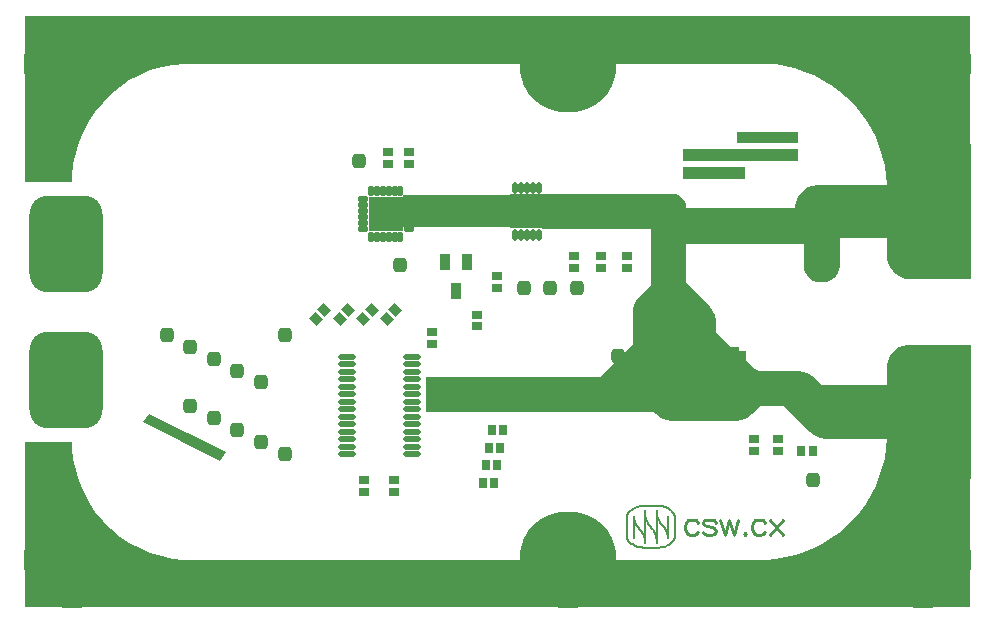
<source format=gts>
%FSTAX23Y23*%
%MOIN*%
%SFA1B1*%

%IPPOS*%
%AMD33*
4,1,4,0.023700,-0.001300,-0.001300,0.023700,-0.023700,0.001300,0.001300,-0.023700,0.023700,-0.001300,0.0*
%
%AMD35*
4,1,8,-0.022600,-0.009900,0.022600,-0.009900,0.029600,-0.003000,0.029600,0.003000,0.022600,0.009900,-0.022600,0.009900,-0.029600,0.003000,-0.029600,-0.003000,-0.022600,-0.009900,0.0*
1,1,0.013900,-0.022600,-0.003000*
1,1,0.013900,0.022600,-0.003000*
1,1,0.013900,0.022600,0.003000*
1,1,0.013900,-0.022600,0.003000*
%
%AMD36*
4,1,8,0.017800,-0.002500,0.017800,0.002500,0.011300,0.008900,-0.011300,0.008900,-0.017800,0.002500,-0.017800,-0.002500,-0.011300,-0.008900,0.011300,-0.008900,0.017800,-0.002500,0.0*
1,1,0.012920,0.011300,-0.002500*
1,1,0.012920,0.011300,0.002500*
1,1,0.012920,-0.011300,0.002500*
1,1,0.012920,-0.011300,-0.002500*
%
%AMD37*
4,1,8,-0.002500,-0.017800,0.002500,-0.017800,0.008900,-0.011300,0.008900,0.011300,0.002500,0.017800,-0.002500,0.017800,-0.008900,0.011300,-0.008900,-0.011300,-0.002500,-0.017800,0.0*
1,1,0.012920,-0.002500,-0.011300*
1,1,0.012920,0.002500,-0.011300*
1,1,0.012920,0.002500,0.011300*
1,1,0.012920,-0.002500,0.011300*
%
%AMD40*
4,1,8,0.012800,0.009900,-0.012800,0.009900,-0.019700,0.003000,-0.019700,-0.003000,-0.012800,-0.009900,0.012800,-0.009900,0.019700,-0.003000,0.019700,0.003000,0.012800,0.009900,0.0*
1,1,0.013900,0.012800,0.003000*
1,1,0.013900,-0.012800,0.003000*
1,1,0.013900,-0.012800,-0.003000*
1,1,0.013900,0.012800,-0.003000*
%
%AMD41*
4,1,8,0.005900,-0.009500,0.009500,-0.005900,0.009400,0.003200,0.003200,0.009400,-0.005900,0.009500,-0.009500,0.005900,-0.009400,-0.003200,-0.003200,-0.009400,0.005900,-0.009500,0.0*
1,1,0.012920,0.001300,-0.004900*
1,1,0.012920,0.004900,-0.001300*
1,1,0.012920,-0.001300,0.004900*
1,1,0.012920,-0.004900,0.001300*
%
%AMD42*
4,1,8,0.005900,-0.009500,0.009500,-0.005900,0.009400,0.003200,0.003200,0.009400,-0.005900,0.009500,-0.009500,0.005900,-0.009400,-0.003200,-0.003200,-0.009400,0.005900,-0.009500,0.0*
1,1,0.012920,0.001300,-0.004900*
1,1,0.012920,0.004900,-0.001300*
1,1,0.012920,-0.001300,0.004900*
1,1,0.012920,-0.004900,0.001300*
%
%AMD43*
4,1,8,0.000800,-0.024400,0.024400,-0.000800,0.024400,0.014600,0.014600,0.024400,-0.000800,0.024400,-0.024400,0.000800,-0.024400,-0.014600,-0.014600,-0.024400,0.000800,-0.024400,0.0*
1,1,0.021780,-0.006900,-0.016700*
1,1,0.021780,0.016700,0.006900*
1,1,0.021780,0.006900,0.016700*
1,1,0.021780,-0.016700,-0.006900*
%
%AMD44*
4,1,8,0.002500,0.017800,-0.002500,0.017800,-0.008900,0.011300,-0.008900,-0.011300,-0.002500,-0.017800,0.002500,-0.017800,0.008900,-0.011300,0.008900,0.011300,0.002500,0.017800,0.0*
1,1,0.012920,0.002500,0.011300*
1,1,0.012920,-0.002500,0.011300*
1,1,0.012920,-0.002500,-0.011300*
1,1,0.012920,0.002500,-0.011300*
%
%AMD45*
4,1,8,-0.017800,0.002500,-0.017800,-0.002500,-0.011300,-0.008900,0.011300,-0.008900,0.017800,-0.002500,0.017800,0.002500,0.011300,0.008900,-0.011300,0.008900,-0.017800,0.002500,0.0*
1,1,0.012920,-0.011300,0.002500*
1,1,0.012920,-0.011300,-0.002500*
1,1,0.012920,0.011300,-0.002500*
1,1,0.012920,0.011300,0.002500*
%
%AMD46*
4,1,8,-0.013800,0.003000,-0.013800,-0.003000,-0.006900,-0.009900,0.006900,-0.009900,0.013800,-0.003000,0.013800,0.003000,0.006900,0.009900,-0.006900,0.009900,-0.013800,0.003000,0.0*
1,1,0.013900,-0.006900,0.003000*
1,1,0.013900,-0.006900,-0.003000*
1,1,0.013900,0.006900,-0.003000*
1,1,0.013900,0.006900,0.003000*
%
%AMD47*
4,1,8,0.009900,-0.012800,0.009900,0.012800,0.003000,0.019700,-0.003000,0.019700,-0.009900,0.012800,-0.009900,-0.012800,-0.003000,-0.019700,0.003000,-0.019700,0.009900,-0.012800,0.0*
1,1,0.013900,0.003000,-0.012800*
1,1,0.013900,0.003000,0.012800*
1,1,0.013900,-0.003000,0.012800*
1,1,0.013900,-0.003000,-0.012800*
%
%AMD48*
4,1,8,-0.023700,0.009800,-0.023700,-0.009800,-0.009800,-0.023700,0.009800,-0.023700,0.023700,-0.009800,0.023700,0.009800,0.009800,0.023700,-0.009800,0.023700,-0.023700,0.009800,0.0*
1,1,0.027680,-0.009800,0.009800*
1,1,0.027680,-0.009800,-0.009800*
1,1,0.027680,0.009800,-0.009800*
1,1,0.027680,0.009800,0.009800*
%
%AMD49*
4,1,8,-0.019700,0.002700,-0.019700,-0.002700,-0.012900,-0.009500,0.012900,-0.009500,0.019700,-0.002700,0.019700,0.002700,0.012900,0.009500,-0.012900,0.009500,-0.019700,0.002700,0.0*
1,1,0.013520,-0.012900,0.002700*
1,1,0.013520,-0.012900,-0.002700*
1,1,0.013520,0.012900,-0.002700*
1,1,0.013520,0.012900,0.002700*
%
%AMD50*
4,1,8,-0.009500,0.012900,-0.009500,-0.012900,-0.002700,-0.019700,0.002700,-0.019700,0.009500,-0.012900,0.009500,0.012900,0.002700,0.019700,-0.002700,0.019700,-0.009500,0.012900,0.0*
1,1,0.013520,-0.002700,0.012900*
1,1,0.013520,-0.002700,-0.012900*
1,1,0.013520,0.002700,-0.012900*
1,1,0.013520,0.002700,0.012900*
%
%AMD53*
4,1,8,0.059000,0.161500,-0.059000,0.161500,-0.122100,0.098400,-0.122100,-0.098400,-0.059000,-0.161500,0.059000,-0.161500,0.122100,-0.098400,0.122100,0.098400,0.059000,0.161500,0.0*
1,1,0.126120,0.059000,0.098400*
1,1,0.126120,-0.059000,0.098400*
1,1,0.126120,-0.059000,-0.098400*
1,1,0.126120,0.059000,-0.098400*
%
%ADD11C,0.007870*%
%ADD31C,0.009840*%
%ADD32R,0.031620X0.035560*%
G04~CAMADD=33~9~0.0~0.0~355.6~316.2~0.0~0.0~0~0.0~0.0~0.0~0.0~0~0.0~0.0~0.0~0.0~0~0.0~0.0~0.0~315.0~474.0~473.0*
%ADD33D33*%
%ADD34R,0.035560X0.031620*%
G04~CAMADD=35~8~0.0~0.0~591.8~198.1~69.5~0.0~15~0.0~0.0~0.0~0.0~0~0.0~0.0~0.0~0.0~0~0.0~0.0~0.0~180.0~592.0~198.0*
%ADD35D35*%
G04~CAMADD=36~8~0.0~0.0~178.4~355.6~64.6~0.0~15~0.0~0.0~0.0~0.0~0~0.0~0.0~0.0~0.0~0~0.0~0.0~0.0~270.0~356.0~178.0*
%ADD36D36*%
G04~CAMADD=37~8~0.0~0.0~178.4~355.6~64.6~0.0~15~0.0~0.0~0.0~0.0~0~0.0~0.0~0.0~0.0~0~0.0~0.0~0.0~180.0~179.0~356.0*
%ADD37D37*%
%ADD38R,0.118240X0.118240*%
%ADD39R,0.035560X0.057210*%
G04~CAMADD=40~8~0.0~0.0~395.0~198.1~69.5~0.0~15~0.0~0.0~0.0~0.0~0~0.0~0.0~0.0~0.0~0~0.0~0.0~0.0~0.0~395.0~198.1*
%ADD40D40*%
G04~CAMADD=41~8~0.0~0.0~178.4~217.8~64.6~0.0~15~0.0~0.0~0.0~0.0~0~0.0~0.0~0.0~0.0~0~0.0~0.0~0.0~225.0~226.0~226.0*
%ADD41D41*%
G04~CAMADD=42~8~0.0~0.0~178.4~217.8~64.6~0.0~15~0.0~0.0~0.0~0.0~0~0.0~0.0~0.0~0.0~0~0.0~0.0~0.0~225.0~226.0~226.0*
%ADD42D42*%
G04~CAMADD=43~8~0.0~0.0~552.4~355.6~108.9~0.0~15~0.0~0.0~0.0~0.0~0~0.0~0.0~0.0~0.0~0~0.0~0.0~0.0~225.0~551.0~551.0*
%ADD43D43*%
G04~CAMADD=44~8~0.0~0.0~178.4~355.6~64.6~0.0~15~0.0~0.0~0.0~0.0~0~0.0~0.0~0.0~0.0~0~0.0~0.0~0.0~0.0~178.4~355.6*
%ADD44D44*%
G04~CAMADD=45~8~0.0~0.0~178.4~355.6~64.6~0.0~15~0.0~0.0~0.0~0.0~0~0.0~0.0~0.0~0.0~0~0.0~0.0~0.0~90.0~356.0~179.0*
%ADD45D45*%
G04~CAMADD=46~8~0.0~0.0~198.1~276.9~69.5~0.0~15~0.0~0.0~0.0~0.0~0~0.0~0.0~0.0~0.0~0~0.0~0.0~0.0~90.0~276.0~198.0*
%ADD46D46*%
G04~CAMADD=47~8~0.0~0.0~395.0~198.1~69.5~0.0~15~0.0~0.0~0.0~0.0~0~0.0~0.0~0.0~0.0~0~0.0~0.0~0.0~270.0~198.0~394.0*
%ADD47D47*%
G04~CAMADD=48~8~0.0~0.0~473.7~473.7~138.4~0.0~15~0.0~0.0~0.0~0.0~0~0.0~0.0~0.0~0.0~0~0.0~0.0~0.0~90.0~474.0~474.0*
%ADD48D48*%
G04~CAMADD=49~8~0.0~0.0~190.2~393.3~67.6~0.0~15~0.0~0.0~0.0~0.0~0~0.0~0.0~0.0~0.0~0~0.0~0.0~0.0~90.0~394.0~191.0*
%ADD49D49*%
G04~CAMADD=50~8~0.0~0.0~393.3~190.2~67.6~0.0~15~0.0~0.0~0.0~0.0~0~0.0~0.0~0.0~0.0~0~0.0~0.0~0.0~90.0~191.0~394.0*
%ADD50D50*%
%ADD51R,0.114300X0.114300*%
%ADD52R,0.204850X0.098550*%
G04~CAMADD=53~8~0.0~0.0~2442.2~3229.6~630.6~0.0~15~0.0~0.0~0.0~0.0~0~0.0~0.0~0.0~0.0~0~0.0~0.0~0.0~0.0~2442.2~3229.6*
%ADD53D53*%
%ADD54C,0.322960*%
%ADD55R,0.204850X0.106420*%
%ADD56C,0.027690*%
%LNmashiro_fs-1*%
%LPD*%
G36*
X02578Y01545D02*
X02372D01*
Y01584*
X02578*
Y01545*
G37*
G36*
Y01486D02*
X02194D01*
Y01525*
X02578*
Y01486*
G37*
G36*
X02401Y01427D02*
X02194D01*
Y01466*
X02401*
Y01427*
G37*
G36*
X03149Y01811D02*
X00157D01*
X00551*
X00531Y0181*
X00493Y01806*
X00455Y01799*
X00418Y01788*
X00382Y01773*
X00348Y01755*
X00316Y01733*
X00286Y01709*
X00259Y01681*
X00234Y01651*
X00213Y01619*
X00195Y01585*
X0018Y01549*
X00169Y01512*
X00161Y01475*
X00157Y01436*
X00157Y01417*
Y01417*
X0*
Y01811*
Y01968*
X03149*
Y01811*
G37*
G36*
X01639Y01265D02*
X01259D01*
Y01373*
X01639*
Y01265*
G37*
G36*
X03149Y01543D02*
X03153D01*
Y01389*
Y01248*
Y01094*
X02945*
X02938*
X02925Y01097*
X02913Y01102*
X02902Y01109*
X02897Y01114*
X02892Y01119*
X02883Y01133*
X02877Y01147*
X02874Y01163*
Y01171*
Y0123*
X02716*
Y01259*
Y01141*
Y01135*
X02714Y01124*
X02709Y01113*
X02703Y01104*
X02695Y01095*
X02685Y01089*
X02674Y01084*
X02663Y01082*
X02657*
X02652Y01082*
X02641Y01083*
X02631Y01086*
X02621Y01091*
X02613Y01098*
X02606Y01106*
X02601Y01116*
X02598Y01126*
X02598Y01131*
Y0121*
X02204*
Y01328*
X02568*
Y01336*
X02571Y01351*
X02577Y01366*
X02586Y01378*
X02597Y01389*
X0261Y01398*
X02624Y01404*
X02639Y01407*
X02873*
X02871Y01439*
X02865Y01471*
X02858Y01504*
X02847Y01535*
X02835Y01566*
X0282Y01595*
X02803Y01623*
X02783Y0165*
X02762Y01675*
X02738Y01699*
X02713Y0172*
X02686Y0174*
X02658Y01757*
X02629Y01772*
X02598Y01784*
X02567Y01795*
X02534Y01802*
X02502Y01808*
X02469Y0181*
X02452Y01811*
X03149*
Y01543*
G37*
G36*
X00669Y00516D02*
X00649Y00487D01*
X00393Y00615*
X00413Y00644*
X00669Y00516*
G37*
G36*
X02155Y01377D02*
X0216D01*
X02169Y01376*
X02178Y01372*
X02186Y01366*
X02193Y0136*
X02199Y01352*
X02202Y01343*
X02204Y01333*
Y01328*
Y01151*
Y01082*
X02273Y01013*
X0228Y01006*
X02291Y0099*
X02299Y00972*
X02303Y00952*
Y00942*
Y00915*
X02352Y00866*
X02381*
Y00834*
X02383Y00834*
X02395Y00828*
X02406Y00821*
X02411Y00816*
X02433Y00794*
X02435Y00792*
X02439Y0079*
X02443Y00788*
X02448Y00787*
X0245Y00787*
X02576*
X02596Y00783*
X02614Y00776*
X0263Y00765*
X02637Y00758*
X02657Y00738*
X02874*
Y00797*
Y00805*
X02877Y0082*
X02883Y00835*
X02892Y00848*
X02897Y00854*
X02902Y00859*
X02913Y00866*
X02925Y00871*
X02938Y00874*
X03153*
Y0072*
Y00578*
Y00425*
X03149*
Y00157*
Y0*
X0*
Y00157*
Y00551*
X00157*
X00157Y00531*
X00161Y00493*
X00169Y00455*
X0018Y00418*
X00195Y00382*
X00213Y00348*
X00234Y00316*
X00259Y00286*
X00286Y00259*
X00316Y00234*
X00348Y00213*
X00382Y00195*
X00418Y0018*
X00455Y00169*
X00493Y00161*
X00531Y00157*
X00551Y00157*
X00157*
X03149*
X02452*
X02469Y00157*
X02502Y0016*
X02534Y00165*
X02567Y00173*
X02598Y00183*
X02629Y00196*
X02658Y00211*
X02686Y00228*
X02713Y00247*
X02738Y00269*
X02762Y00292*
X02783Y00317*
X02803Y00344*
X0282Y00372*
X02835Y00402*
X02847Y00432*
X02858Y00464*
X02865Y00496*
X02871Y00529*
X02873Y00561*
X02669*
X0265Y00564*
X02631Y00572*
X02615Y00583*
X02608Y0059*
X02608Y0059*
X02529Y00669*
X0245*
X02431Y00649*
X0243Y00649*
X02423Y00642*
X02407Y00631*
X02389Y00623*
X0237Y0062*
X02157*
X02138Y00623*
X0212Y00631*
X02103Y00642*
X02096Y00649*
X02096Y00649*
X01338*
Y00767*
X01919*
X02027Y00875*
Y00984*
Y00991*
X0203Y01005*
X02035Y01018*
X02043Y01029*
X02048Y01034*
X02086Y01072*
Y01151*
Y01259*
X01722*
Y01377*
X02155*
G37*
G54D11*
X02105Y0022D02*
D01*
X02105Y00224*
X02104Y00229*
X02104Y00233*
X02102Y00238*
X02101Y00242*
X02099Y00246*
X02097Y0025*
X02095Y00254*
X02093Y00258*
X0209Y00261*
X02087Y00264*
X02086Y00265*
X0206Y00337D02*
D01*
X02056Y00337*
X02051Y00336*
X02047Y00335*
X02042Y00334*
X02038Y00333*
X02034Y00331*
X0203Y00329*
X02026Y00327*
X02022Y00324*
X02019Y00322*
X02015Y00319*
X02014Y00318*
D01*
X02013Y00317*
X02012Y00315*
X02011Y00314*
X0201Y00312*
X02009Y00311*
X02009Y00309*
X02008Y00307*
X02008Y00306*
X02007Y00304*
X02007Y00302*
X02007Y003*
X02007Y003*
X02014Y00216D02*
D01*
X02018Y00213*
X02021Y00211*
X02025Y00208*
X02029Y00206*
X02033Y00204*
X02037Y00202*
X02041Y002*
X02046Y00199*
X0205Y00198*
X02055Y00198*
X02059Y00197*
X0206Y00197*
X02007Y00234D02*
D01*
X02007Y00232*
X02007Y00231*
X02008Y00229*
X02008Y00227*
X02009Y00226*
X02009Y00224*
X0201Y00222*
X02011Y00221*
X02012Y00219*
X02013Y00218*
X02014Y00217*
X02014Y00216*
X02067Y00311D02*
D01*
X02067Y00306*
X02068Y00302*
X02069Y00297*
X0207Y00293*
X02071Y00289*
X02073Y00285*
X02075Y00281*
X02077Y00277*
X0208Y00273*
X02082Y00269*
X02085Y00266*
X02086Y00265*
X0203Y00303D02*
D01*
X0203Y00298*
X0203Y00294*
X02031Y0029*
X02032Y00285*
X02033Y00281*
X02035Y00277*
X02037Y00273*
X02039Y00269*
X02042Y00265*
X02045Y00262*
X02047Y00259*
X02048Y00258*
X02143Y00231D02*
D01*
X02142Y00235*
X02142Y00239*
X02141Y00243*
X0214Y00246*
X02139Y0025*
X02138Y00254*
X02136Y00257*
X02134Y0026*
X02132Y00263*
X0213Y00266*
X02127Y00269*
X02127Y0027*
X02165Y003D02*
D01*
X02165Y00302*
X02165Y00304*
X02165Y00305*
X02164Y00307*
X02164Y00309*
X02163Y0031*
X02162Y00312*
X02161Y00313*
X0216Y00315*
X02159Y00316*
X02158Y00317*
X02158Y00318*
D01*
X02155Y00321*
X02151Y00324*
X02147Y00326*
X02143Y00329*
X02139Y00331*
X02135Y00332*
X02131Y00334*
X02127Y00335*
X02122Y00336*
X02118Y00337*
X02113Y00337*
X02112Y00337*
X02105Y00318D02*
D01*
X02105Y00314*
X02106Y00309*
X02106Y00305*
X02107Y00301*
X02109Y00296*
X0211Y00292*
X02112Y00288*
X02115Y00284*
X02117Y0028*
X0212Y00277*
X02123Y00274*
X02124Y00273*
X02158Y00216D02*
D01*
X02159Y00218*
X0216Y00219*
X02161Y00221*
X02162Y00222*
X02163Y00224*
X02164Y00225*
X02164Y00227*
X02165Y00229*
X02165Y0023*
X02165Y00232*
X02165Y00234*
Y00234*
X02112Y00197D02*
D01*
X02116Y00198*
X02121Y00198*
X02125Y00199*
X0213Y002*
X02134Y00201*
X02138Y00203*
X02142Y00205*
X02146Y00207*
X0215Y0021*
X02154Y00213*
X02157Y00216*
X02158Y00216*
X02067Y00213D02*
D01*
X02067Y00217*
X02067Y00221*
X02066Y00226*
X02065Y0023*
X02063Y00234*
X02062Y00238*
X0206Y00242*
X02058Y00246*
X02055Y0025*
X02052Y00253*
X02049Y00257*
X02049Y00258*
X02067Y00337D02*
X02112D01*
X02067Y00197D02*
X02112D01*
X02143Y00231D02*
Y00303D01*
X02105Y00213D02*
Y00322D01*
X02067Y00213D02*
Y00322D01*
X0203Y00231D02*
Y00303D01*
X02165Y00269D02*
Y003D01*
Y00234D02*
Y00269D01*
X02007Y00265D02*
Y003D01*
Y00234D02*
Y00265D01*
X02124Y00273D02*
X02127Y0027D01*
X02105Y00311D02*
Y00322D01*
Y00318D02*
Y00322D01*
X02067Y00311D02*
Y00322D01*
Y00311D02*
Y00322D01*
X0206Y00337D02*
X02067D01*
X02048Y00258D02*
X02049Y00258D01*
X0206Y00197D02*
X02067D01*
G54D31*
X02244Y0028D02*
X02236Y00288D01*
X02229Y00291*
X02218*
X0221Y00288*
X02203Y0028*
X02199Y00269*
Y00262*
X02203Y0025*
X0221Y00243*
X02218Y00239*
X02229*
X02236Y00243*
X02244Y0025*
X02302Y0028D02*
X02298Y00288D01*
X02287Y00291*
X02276*
X02264Y00288*
X02261Y0028*
X02264Y00273*
X02272Y00269*
X02291Y00265*
X02298Y00262*
X02302Y00254*
Y0025*
X02298Y00243*
X02287Y00239*
X02276*
X02264Y00243*
X02261Y0025*
X02318Y00291D02*
X02333Y00239D01*
X02348Y00291D02*
X02333Y00239D01*
X02348Y00291D02*
X02363Y00239D01*
X02378Y00291D02*
X02363Y00239D01*
X02401Y00247D02*
X02397Y00243D01*
X02401Y00239*
X02404Y00243*
X02401Y00247*
X02466Y0028D02*
X02459Y00288D01*
X02451Y00291*
X0244*
X02433Y00288*
X02425Y0028*
X02422Y00269*
Y00262*
X02425Y0025*
X02433Y00243*
X0244Y00239*
X02451*
X02459Y00243*
X02466Y0025*
X02483Y00291D02*
X02525Y00239D01*
Y00291D02*
X02483Y00239D01*
G54D32*
X01417Y01318D03*
X01456D03*
X01564Y00413D03*
X01525D03*
X01929Y01318D03*
X01968D03*
X02352Y00836D03*
X02391D03*
X02588Y00521D03*
X02627D03*
X01594Y0059D03*
X01555D03*
X01574Y00472D03*
X01535D03*
X01584Y00531D03*
X01545D03*
G54D33*
X01234Y00988D03*
X01206Y0096D03*
X01127D03*
X01155Y00988D03*
X01049Y0096D03*
X01076Y00988D03*
X0097Y0096D03*
X00998Y00988D03*
G54D34*
X01505Y00974D03*
Y00935D03*
X02007Y01131D03*
Y01171D03*
X01919Y01131D03*
Y01171D03*
X02431Y00561D03*
Y00521D03*
X02509Y00561D03*
Y00521D03*
X0123Y00383D03*
Y00423D03*
X01131Y00383D03*
Y00423D03*
X0121Y01476D03*
Y01515D03*
X01279Y01476D03*
Y01515D03*
X01574Y01062D03*
Y01102D03*
X0183Y01131D03*
Y01171D03*
X02657Y01161D03*
Y01122D03*
X02086Y00866D03*
Y00905D03*
X02244Y00866D03*
Y00905D03*
X01358Y00875D03*
Y00915D03*
G54D35*
X01072Y00833D03*
Y00808D03*
Y00783D03*
Y00758D03*
Y00733D03*
Y00708D03*
Y00683D03*
Y00658D03*
Y00633D03*
Y00608D03*
Y00583D03*
Y00558D03*
Y00533D03*
Y00508D03*
X01289Y00833D03*
Y00808D03*
Y00783D03*
Y00758D03*
Y00733D03*
Y00708D03*
Y00683D03*
Y00658D03*
Y00633D03*
Y00608D03*
Y00583D03*
Y00558D03*
Y00533D03*
Y00508D03*
G54D36*
X01125Y01358D03*
Y01338D03*
Y01318D03*
Y01299D03*
Y01279D03*
Y01259D03*
X01279D03*
Y01279D03*
Y01299D03*
Y01318D03*
Y01338D03*
Y01358D03*
G54D37*
X01153Y01232D03*
X01173D03*
X01192D03*
X01212D03*
X01232D03*
X01251D03*
Y01385D03*
X01232D03*
X01212D03*
X01192D03*
X01173D03*
X01153D03*
G54D38*
X01202Y01309D03*
G54D39*
X01474Y01151D03*
X01399D03*
X01437Y01053D03*
G54D40*
X02139Y01049D03*
X0219Y00998D03*
Y01023D03*
Y01049D03*
X02139Y00998D03*
Y01023D03*
G54D41*
X02629Y00621D03*
X02657Y00649D03*
X02617Y00689D03*
X02603Y00676D03*
X02589Y00662D03*
G54D42*
X02643Y00635D03*
G54D43*
X02623Y00655D03*
G54D44*
X02155Y00744D03*
X02175D03*
X02155Y00673D03*
X02175D03*
G54D45*
X022Y00708D03*
X02129D03*
Y00688D03*
Y00728D03*
X022D03*
Y00688D03*
G54D46*
X02165Y00708D03*
G54D47*
X02407Y00724D03*
X02356Y00673D03*
X02381D03*
X02407D03*
X02356Y00724D03*
X02381D03*
G54D48*
X02627Y00423D03*
X0125Y01141D03*
X01112Y01486D03*
X01978Y00836D03*
X0184Y01062D03*
X01751D03*
X01663D03*
X00866Y00511D03*
X00787Y00551D03*
X00708Y0059D03*
X00629Y00629D03*
X00551Y00669D03*
X00787Y00748D03*
X00708Y00787D03*
X00629Y00826D03*
X00551Y00866D03*
X00866Y00905D03*
X00472D03*
G54D49*
X01594Y01358D03*
Y01338D03*
Y01318D03*
Y01299D03*
Y01279D03*
X01751D03*
Y01299D03*
Y01318D03*
Y01338D03*
Y01358D03*
G54D50*
X01633Y0124D03*
X01653D03*
X01673D03*
X01692D03*
X01712D03*
Y01397D03*
X01692D03*
X01673D03*
X01653D03*
X01633D03*
G54D51*
X01673Y01318D03*
G54D52*
X03051Y01318D03*
Y00649D03*
G54D53*
X00137Y00757D03*
Y0121D03*
G54D54*
X00157Y01811D03*
X01811D03*
X02992D03*
X00157Y00157D03*
X01811D03*
X02992D03*
G54D55*
X03051Y01148D03*
Y01488D03*
Y00479D03*
Y00819D03*
G54D56*
X00157Y01889D03*
X00235Y01797D03*
Y01824D03*
X00157Y01732D03*
X00079Y01824D03*
Y01797D03*
X00246Y01916D03*
X00249Y01844D03*
X00225Y0185D03*
X00232Y01874D03*
Y01747D03*
X00225Y01771D03*
X00249Y01777D03*
X00246Y01705D03*
X00068Y01916D03*
X00082Y01874D03*
X00089Y0185D03*
X00064Y01844D03*
Y01777D03*
X00089Y01771D03*
X00082Y01747D03*
X00068Y01705D03*
X00184Y01885D03*
Y01737D03*
X0013Y01885D03*
Y01737D03*
X00293Y01834D03*
Y01787D03*
X00204Y0194D03*
X00174Y01907D03*
X00208Y01871D03*
Y0175D03*
X00204Y01681D03*
X00174Y01714D03*
X0011Y0194D03*
X0014Y01907D03*
X00106Y01871D03*
Y0175D03*
X0011Y01681D03*
X0014Y01714D03*
X00021Y01834D03*
Y01787D03*
X01811Y01889D03*
X01888Y01797D03*
Y01824D03*
X01811Y01732D03*
X01733Y01824D03*
Y01797D03*
X01899Y01916D03*
X01903Y01844D03*
X01879Y0185D03*
X01886Y01874D03*
Y01747D03*
X01879Y01771D03*
X01903Y01777D03*
X01899Y01705D03*
X01722Y01916D03*
X01735Y01874D03*
X01742Y0185D03*
X01718Y01844D03*
Y01777D03*
X01742Y01771D03*
X01735Y01747D03*
X01722Y01705D03*
X01837Y01885D03*
Y01737D03*
X01784Y01885D03*
Y01737D03*
X01946Y01834D03*
Y01787D03*
X01858Y0194D03*
X01828Y01907D03*
X01861Y01871D03*
Y0175D03*
X01858Y01681D03*
X01828Y01714D03*
X01763Y0194D03*
X01793Y01907D03*
X0176Y01871D03*
Y0175D03*
X01763Y01681D03*
X01793Y01714D03*
X01675Y01834D03*
Y01787D03*
X02992Y01889D03*
X03069Y01797D03*
Y01824D03*
X02992Y01732D03*
X02914Y01824D03*
Y01797D03*
X0308Y01916D03*
X03084Y01844D03*
X0306Y0185D03*
X03067Y01874D03*
Y01747D03*
X0306Y01771D03*
X03084Y01777D03*
X0308Y01705D03*
X02903Y01916D03*
X02916Y01874D03*
X02923Y0185D03*
X02899Y01844D03*
Y01777D03*
X02923Y01771D03*
X02916Y01747D03*
X02903Y01705D03*
X03019Y01885D03*
Y01737D03*
X02965Y01885D03*
Y01737D03*
X03127Y01834D03*
Y01787D03*
X03039Y0194D03*
X03009Y01907D03*
X03042Y01871D03*
Y0175D03*
X03039Y01681D03*
X03009Y01714D03*
X02945Y0194D03*
X02975Y01907D03*
X02941Y01871D03*
Y0175D03*
X02945Y01681D03*
X02975Y01714D03*
X02856Y01834D03*
Y01787D03*
X00157Y00236D03*
X00235Y00143D03*
Y00171D03*
X00157Y00078D03*
X00079Y00171D03*
Y00143D03*
X00246Y00263D03*
X00249Y00191D03*
X00225Y00196D03*
X00232Y0022D03*
Y00094D03*
X00225Y00118D03*
X00249Y00123D03*
X00246Y00051D03*
X00068Y00263D03*
X00082Y0022D03*
X00089Y00196D03*
X00064Y00191D03*
Y00123D03*
X00089Y00118D03*
X00082Y00094D03*
X00068Y00051D03*
X00184Y00231D03*
Y00083D03*
X0013Y00231D03*
Y00083D03*
X00293Y00181D03*
Y00133D03*
X00204Y00286D03*
X00174Y00254D03*
X00208Y00217D03*
Y00097D03*
X00204Y00027D03*
X00174Y0006D03*
X0011Y00286D03*
X0014Y00254D03*
X00106Y00217D03*
Y00097D03*
X0011Y00027D03*
X0014Y0006D03*
X00021Y00181D03*
Y00133D03*
X01811Y00236D03*
X01888Y00143D03*
Y00171D03*
X01811Y00078D03*
X01733Y00171D03*
Y00143D03*
X01899Y00263D03*
X01903Y00191D03*
X01879Y00196D03*
X01886Y0022D03*
Y00094D03*
X01879Y00118D03*
X01903Y00123D03*
X01899Y00051D03*
X01722Y00263D03*
X01735Y0022D03*
X01742Y00196D03*
X01718Y00191D03*
Y00123D03*
X01742Y00118D03*
X01735Y00094D03*
X01722Y00051D03*
X01837Y00231D03*
Y00083D03*
X01784Y00231D03*
Y00083D03*
X01946Y00181D03*
Y00133D03*
X01858Y00286D03*
X01828Y00254D03*
X01861Y00217D03*
Y00097D03*
X01858Y00027D03*
X01828Y0006D03*
X01763Y00286D03*
X01793Y00254D03*
X0176Y00217D03*
Y00097D03*
X01763Y00027D03*
X01793Y0006D03*
X01675Y00181D03*
Y00133D03*
X02992Y00236D03*
X03069Y00143D03*
Y00171D03*
X02992Y00078D03*
X02914Y00171D03*
Y00143D03*
X0308Y00263D03*
X03084Y00191D03*
X0306Y00196D03*
X03067Y0022D03*
Y00094D03*
X0306Y00118D03*
X03084Y00123D03*
X0308Y00051D03*
X02903Y00263D03*
X02916Y0022D03*
X02923Y00196D03*
X02899Y00191D03*
Y00123D03*
X02923Y00118D03*
X02916Y00094D03*
X02903Y00051D03*
X03019Y00231D03*
Y00083D03*
X02965Y00231D03*
Y00083D03*
X03127Y00181D03*
Y00133D03*
X03039Y00286D03*
X03009Y00254D03*
X03042Y00217D03*
Y00097D03*
X03039Y00027D03*
X03009Y0006D03*
X02945Y00286D03*
X02975Y00254D03*
X02941Y00217D03*
Y00097D03*
X02945Y00027D03*
X02975Y0006D03*
X02856Y00181D03*
Y00133D03*
X02917Y01405D03*
X02931Y01429D03*
X02903D03*
X02972Y01405D03*
X02986Y01429D03*
X02958D03*
X02944Y01405D03*
X03D03*
X03013Y01429D03*
X03055Y01405D03*
X03068Y01429D03*
X03041D03*
X03027Y01405D03*
X03082D03*
X03096Y01429D03*
X03137Y01405D03*
X03124Y01429D03*
X0311Y01405D03*
X02889D03*
X02917Y01232D03*
X02931Y01208D03*
X02903D03*
X02972Y01232D03*
X02986Y01208D03*
X02958D03*
X02944Y01232D03*
X03D03*
X03013Y01208D03*
X03055Y01232D03*
X03068Y01208D03*
X03041D03*
X03027Y01232D03*
X03082D03*
X03096Y01208D03*
X03137Y01232D03*
X03124Y01208D03*
X0311Y01232D03*
X02889D03*
X02917Y00736D03*
X02931Y00759D03*
X02903D03*
X02972Y00736D03*
X02986Y00759D03*
X02958D03*
X02944Y00736D03*
X03D03*
X03013Y00759D03*
X03055Y00736D03*
X03068Y00759D03*
X03041D03*
X03027Y00736D03*
X03082D03*
X03096Y00759D03*
X03137Y00736D03*
X03124Y00759D03*
X0311Y00736D03*
X02889D03*
X02917Y00562D03*
X02931Y00539D03*
X02903D03*
X02972Y00562D03*
X02986Y00539D03*
X02958D03*
X02944Y00562D03*
X03D03*
X03013Y00539D03*
X03055Y00562D03*
X03068Y00539D03*
X03041D03*
X03027Y00562D03*
X03082D03*
X03096Y00539D03*
X03137Y00562D03*
X03124Y00539D03*
X0311Y00562D03*
X02889D03*
M02*
</source>
